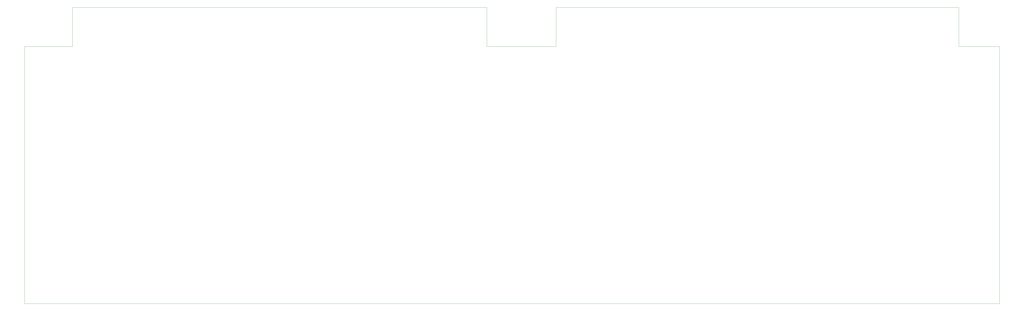
<source format=gm1>
%TF.GenerationSoftware,KiCad,Pcbnew,5.1.9-1.fc33*%
%TF.CreationDate,2021-04-02T14:54:25-04:00*%
%TF.ProjectId,pcb,7063622e-6b69-4636-9164-5f7063625858,rev?*%
%TF.SameCoordinates,Original*%
%TF.FileFunction,Profile,NP*%
%FSLAX46Y46*%
G04 Gerber Fmt 4.6, Leading zero omitted, Abs format (unit mm)*
G04 Created by KiCad (PCBNEW 5.1.9-1.fc33) date 2021-04-02 14:54:25*
%MOMM*%
%LPD*%
G01*
G04 APERTURE LIST*
%TA.AperFunction,Profile*%
%ADD10C,0.050000*%
%TD*%
G04 APERTURE END LIST*
D10*
X95158000Y-149090000D02*
X95158000Y-131650000D01*
X73798000Y-149090000D02*
X95158000Y-149090000D01*
X73798000Y-149090000D02*
X73798000Y-263670000D01*
X73798000Y-263670000D02*
X507958000Y-263670000D01*
X507958000Y-149090000D02*
X507958000Y-263670000D01*
X489818000Y-149090000D02*
X507958000Y-149090000D01*
X489818000Y-131650000D02*
X489818000Y-149090000D01*
X310468000Y-131650000D02*
X489818000Y-131650000D01*
X310468000Y-149090000D02*
X310468000Y-131650000D01*
X279690000Y-149090000D02*
X310468000Y-149090000D01*
X279690000Y-131650000D02*
X279690000Y-149090000D01*
X95158000Y-131650000D02*
X279688000Y-131650000D01*
M02*

</source>
